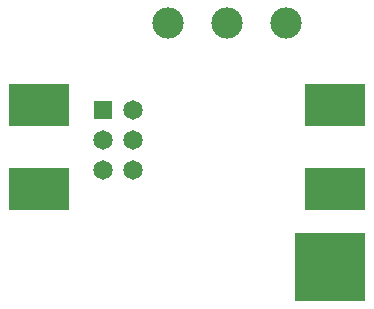
<source format=gbs>
G04*
G04 #@! TF.GenerationSoftware,Altium Limited,Altium Designer,20.0.13 (296)*
G04*
G04 Layer_Color=16711935*
%FSLAX25Y25*%
%MOIN*%
G70*
G01*
G75*
%ADD33R,0.23600X0.22800*%
%ADD35R,0.20276X0.14370*%
%ADD51R,0.06496X0.06496*%
%ADD52C,0.06496*%
%ADD53C,0.10433*%
D33*
X390700Y239900D02*
D03*
D35*
X293942Y294000D02*
D03*
Y266000D02*
D03*
X392500D02*
D03*
Y294000D02*
D03*
D51*
X315000Y292400D02*
D03*
D52*
X325000D02*
D03*
X315000Y282400D02*
D03*
X325000D02*
D03*
X315000Y272400D02*
D03*
X325000D02*
D03*
D53*
X336815Y321500D02*
D03*
X356500D02*
D03*
X376185D02*
D03*
M02*

</source>
